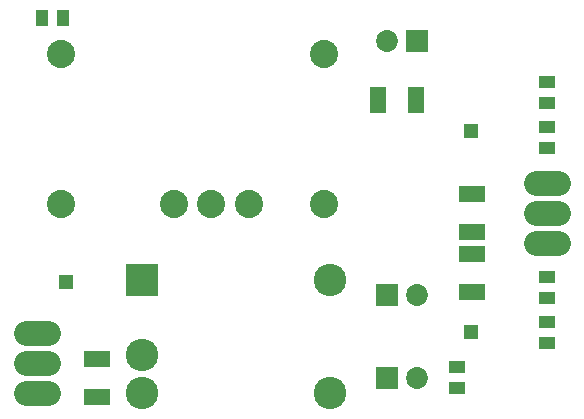
<source format=gts>
G75*
%MOIN*%
%OFA0B0*%
%FSLAX24Y24*%
%IPPOS*%
%LPD*%
%AMOC8*
5,1,8,0,0,1.08239X$1,22.5*
%
%ADD10C,0.1080*%
%ADD11R,0.1080X0.1080*%
%ADD12C,0.0940*%
%ADD13R,0.0867X0.0552*%
%ADD14C,0.0730*%
%ADD15R,0.0730X0.0730*%
%ADD16R,0.0552X0.0395*%
%ADD17R,0.0395X0.0552*%
%ADD18R,0.0552X0.0867*%
%ADD19C,0.0820*%
%ADD20R,0.0476X0.0476*%
D10*
X004680Y001680D03*
X004680Y002930D03*
X010930Y001680D03*
X010930Y005430D03*
D11*
X004680Y005430D03*
D12*
X005727Y007979D03*
X006979Y007979D03*
X008231Y007979D03*
X010731Y007979D03*
X010731Y012979D03*
X001979Y012979D03*
X001979Y007979D03*
D13*
X003180Y002810D03*
X003180Y001550D03*
X015680Y005050D03*
X015680Y006310D03*
X015680Y007050D03*
X015680Y008310D03*
D14*
X013837Y004930D03*
X013837Y002180D03*
X012837Y013391D03*
D15*
X013837Y013391D03*
X012837Y004930D03*
X012837Y002180D03*
D16*
X015180Y001826D03*
X015180Y002534D03*
X018180Y003326D03*
X018180Y004034D03*
X018180Y004826D03*
X018180Y005534D03*
X018180Y009826D03*
X018180Y010534D03*
X018180Y011326D03*
X018180Y012034D03*
D17*
X002034Y014180D03*
X001326Y014180D03*
D18*
X012550Y011430D03*
X013810Y011430D03*
D19*
X001550Y001680D02*
X000810Y001680D01*
X000810Y002680D02*
X001550Y002680D01*
X001550Y003680D02*
X000810Y003680D01*
X017810Y006680D02*
X018550Y006680D01*
X018550Y007680D02*
X017810Y007680D01*
X017810Y008680D02*
X018550Y008680D01*
D20*
X015652Y010404D03*
X015652Y003711D03*
X002149Y005365D03*
M02*

</source>
